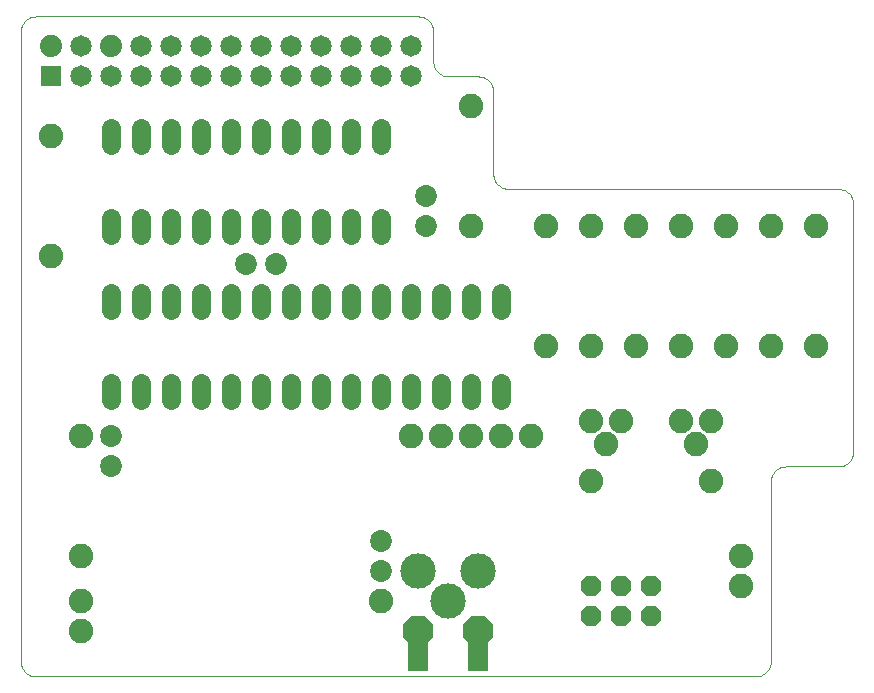
<source format=gbs>
G75*
G70*
%OFA0B0*%
%FSLAX24Y24*%
%IPPOS*%
%LPD*%
%AMOC8*
5,1,8,0,0,1.08239X$1,22.5*
%
%ADD10C,0.0000*%
%ADD11R,0.0714X0.0714*%
%ADD12C,0.0740*%
%ADD13C,0.0714*%
%ADD14C,0.1180*%
%ADD15OC8,0.0995*%
%ADD16R,0.0680X0.1680*%
%ADD17C,0.0730*%
%ADD18C,0.0640*%
%ADD19C,0.0820*%
%ADD20OC8,0.0680*%
D10*
X001680Y001180D02*
X025680Y001180D01*
X025724Y001182D01*
X025767Y001188D01*
X025809Y001197D01*
X025851Y001210D01*
X025891Y001227D01*
X025930Y001247D01*
X025967Y001270D01*
X026001Y001297D01*
X026034Y001326D01*
X026063Y001359D01*
X026090Y001393D01*
X026113Y001430D01*
X026133Y001469D01*
X026150Y001509D01*
X026163Y001551D01*
X026172Y001593D01*
X026178Y001636D01*
X026180Y001680D01*
X026180Y007680D01*
X026182Y007724D01*
X026188Y007767D01*
X026197Y007809D01*
X026210Y007851D01*
X026227Y007891D01*
X026247Y007930D01*
X026270Y007967D01*
X026297Y008001D01*
X026326Y008034D01*
X026359Y008063D01*
X026393Y008090D01*
X026430Y008113D01*
X026469Y008133D01*
X026509Y008150D01*
X026551Y008163D01*
X026593Y008172D01*
X026636Y008178D01*
X026680Y008180D01*
X028430Y008180D01*
X028474Y008182D01*
X028517Y008188D01*
X028559Y008197D01*
X028601Y008210D01*
X028641Y008227D01*
X028680Y008247D01*
X028717Y008270D01*
X028751Y008297D01*
X028784Y008326D01*
X028813Y008359D01*
X028840Y008393D01*
X028863Y008430D01*
X028883Y008469D01*
X028900Y008509D01*
X028913Y008551D01*
X028922Y008593D01*
X028928Y008636D01*
X028930Y008680D01*
X028930Y016930D01*
X028928Y016974D01*
X028922Y017017D01*
X028913Y017059D01*
X028900Y017101D01*
X028883Y017141D01*
X028863Y017180D01*
X028840Y017217D01*
X028813Y017251D01*
X028784Y017284D01*
X028751Y017313D01*
X028717Y017340D01*
X028680Y017363D01*
X028641Y017383D01*
X028601Y017400D01*
X028559Y017413D01*
X028517Y017422D01*
X028474Y017428D01*
X028430Y017430D01*
X017430Y017430D01*
X017386Y017432D01*
X017343Y017438D01*
X017301Y017447D01*
X017259Y017460D01*
X017219Y017477D01*
X017180Y017497D01*
X017143Y017520D01*
X017109Y017547D01*
X017076Y017576D01*
X017047Y017609D01*
X017020Y017643D01*
X016997Y017680D01*
X016977Y017719D01*
X016960Y017759D01*
X016947Y017801D01*
X016938Y017843D01*
X016932Y017886D01*
X016930Y017930D01*
X016930Y020680D01*
X016928Y020724D01*
X016922Y020767D01*
X016913Y020809D01*
X016900Y020851D01*
X016883Y020891D01*
X016863Y020930D01*
X016840Y020967D01*
X016813Y021001D01*
X016784Y021034D01*
X016751Y021063D01*
X016717Y021090D01*
X016680Y021113D01*
X016641Y021133D01*
X016601Y021150D01*
X016559Y021163D01*
X016517Y021172D01*
X016474Y021178D01*
X016430Y021180D01*
X015430Y021180D01*
X015386Y021182D01*
X015343Y021188D01*
X015301Y021197D01*
X015259Y021210D01*
X015219Y021227D01*
X015180Y021247D01*
X015143Y021270D01*
X015109Y021297D01*
X015076Y021326D01*
X015047Y021359D01*
X015020Y021393D01*
X014997Y021430D01*
X014977Y021469D01*
X014960Y021509D01*
X014947Y021551D01*
X014938Y021593D01*
X014932Y021636D01*
X014930Y021680D01*
X014930Y022680D01*
X014928Y022724D01*
X014922Y022767D01*
X014913Y022809D01*
X014900Y022851D01*
X014883Y022891D01*
X014863Y022930D01*
X014840Y022967D01*
X014813Y023001D01*
X014784Y023034D01*
X014751Y023063D01*
X014717Y023090D01*
X014680Y023113D01*
X014641Y023133D01*
X014601Y023150D01*
X014559Y023163D01*
X014517Y023172D01*
X014474Y023178D01*
X014430Y023180D01*
X001680Y023180D01*
X001636Y023178D01*
X001593Y023172D01*
X001551Y023163D01*
X001509Y023150D01*
X001469Y023133D01*
X001430Y023113D01*
X001393Y023090D01*
X001359Y023063D01*
X001326Y023034D01*
X001297Y023001D01*
X001270Y022967D01*
X001247Y022930D01*
X001227Y022891D01*
X001210Y022851D01*
X001197Y022809D01*
X001188Y022767D01*
X001182Y022724D01*
X001180Y022680D01*
X001180Y001680D01*
X001182Y001636D01*
X001188Y001593D01*
X001197Y001551D01*
X001210Y001509D01*
X001227Y001469D01*
X001247Y001430D01*
X001270Y001393D01*
X001297Y001359D01*
X001326Y001326D01*
X001359Y001297D01*
X001393Y001270D01*
X001430Y001247D01*
X001469Y001227D01*
X001509Y001210D01*
X001551Y001197D01*
X001593Y001188D01*
X001636Y001182D01*
X001680Y001180D01*
D11*
X002180Y021180D03*
D12*
X002180Y022180D03*
X004180Y022180D03*
D13*
X003180Y022180D03*
X003180Y021180D03*
X004180Y021180D03*
X005180Y021180D03*
X006180Y021180D03*
X007180Y021180D03*
X008180Y021180D03*
X009180Y021180D03*
X010180Y021180D03*
X011180Y021180D03*
X012180Y021180D03*
X013180Y021180D03*
X014180Y021180D03*
X014180Y022180D03*
X013180Y022180D03*
X012180Y022180D03*
X011180Y022180D03*
X010180Y022180D03*
X009180Y022180D03*
X008180Y022180D03*
X007180Y022180D03*
X006180Y022180D03*
X005180Y022180D03*
D14*
X014430Y004680D03*
X015430Y003680D03*
X016430Y004680D03*
D15*
X016430Y002680D03*
X014430Y002680D03*
D16*
X014430Y002180D03*
X016430Y002180D03*
D17*
X013180Y004680D03*
X013180Y005680D03*
X004180Y008180D03*
X004180Y009180D03*
X008680Y014930D03*
X009680Y014930D03*
X014680Y016180D03*
X014680Y017180D03*
D18*
X013180Y016460D02*
X013180Y015900D01*
X012180Y015900D02*
X012180Y016460D01*
X011180Y016460D02*
X011180Y015900D01*
X010180Y015900D02*
X010180Y016460D01*
X009180Y016460D02*
X009180Y015900D01*
X008180Y015900D02*
X008180Y016460D01*
X007180Y016460D02*
X007180Y015900D01*
X006180Y015900D02*
X006180Y016460D01*
X005180Y016460D02*
X005180Y015900D01*
X004180Y015900D02*
X004180Y016460D01*
X004180Y018900D02*
X004180Y019460D01*
X005180Y019460D02*
X005180Y018900D01*
X006180Y018900D02*
X006180Y019460D01*
X007180Y019460D02*
X007180Y018900D01*
X008180Y018900D02*
X008180Y019460D01*
X009180Y019460D02*
X009180Y018900D01*
X010180Y018900D02*
X010180Y019460D01*
X011180Y019460D02*
X011180Y018900D01*
X012180Y018900D02*
X012180Y019460D01*
X013180Y019460D02*
X013180Y018900D01*
X013180Y013960D02*
X013180Y013400D01*
X012180Y013400D02*
X012180Y013960D01*
X011180Y013960D02*
X011180Y013400D01*
X010180Y013400D02*
X010180Y013960D01*
X009180Y013960D02*
X009180Y013400D01*
X008180Y013400D02*
X008180Y013960D01*
X007180Y013960D02*
X007180Y013400D01*
X006180Y013400D02*
X006180Y013960D01*
X005180Y013960D02*
X005180Y013400D01*
X004180Y013400D02*
X004180Y013960D01*
X004180Y010960D02*
X004180Y010400D01*
X005180Y010400D02*
X005180Y010960D01*
X006180Y010960D02*
X006180Y010400D01*
X007180Y010400D02*
X007180Y010960D01*
X008180Y010960D02*
X008180Y010400D01*
X009180Y010400D02*
X009180Y010960D01*
X010180Y010960D02*
X010180Y010400D01*
X011180Y010400D02*
X011180Y010960D01*
X012180Y010960D02*
X012180Y010400D01*
X013180Y010400D02*
X013180Y010960D01*
X014180Y010960D02*
X014180Y010400D01*
X015180Y010400D02*
X015180Y010960D01*
X016180Y010960D02*
X016180Y010400D01*
X017180Y010400D02*
X017180Y010960D01*
X017180Y013400D02*
X017180Y013960D01*
X016180Y013960D02*
X016180Y013400D01*
X015180Y013400D02*
X015180Y013960D01*
X014180Y013960D02*
X014180Y013400D01*
D19*
X016180Y016180D03*
X018680Y016180D03*
X020180Y016180D03*
X021680Y016180D03*
X023180Y016180D03*
X024680Y016180D03*
X026180Y016180D03*
X027680Y016180D03*
X027680Y012180D03*
X026180Y012180D03*
X024680Y012180D03*
X023180Y012180D03*
X021680Y012180D03*
X020180Y012180D03*
X018680Y012180D03*
X020180Y009680D03*
X020680Y008930D03*
X021180Y009680D03*
X023180Y009680D03*
X023680Y008930D03*
X024180Y009680D03*
X024180Y007680D03*
X025180Y005180D03*
X025180Y004180D03*
X020180Y007680D03*
X018180Y009180D03*
X017180Y009180D03*
X016180Y009180D03*
X015180Y009180D03*
X014180Y009180D03*
X013180Y003680D03*
X003180Y003680D03*
X003180Y002680D03*
X003180Y005180D03*
X003180Y009180D03*
X002180Y015180D03*
X002180Y019180D03*
X016180Y020180D03*
D20*
X020180Y004180D03*
X021180Y004180D03*
X021180Y003180D03*
X020180Y003180D03*
X022180Y003180D03*
X022180Y004180D03*
M02*

</source>
